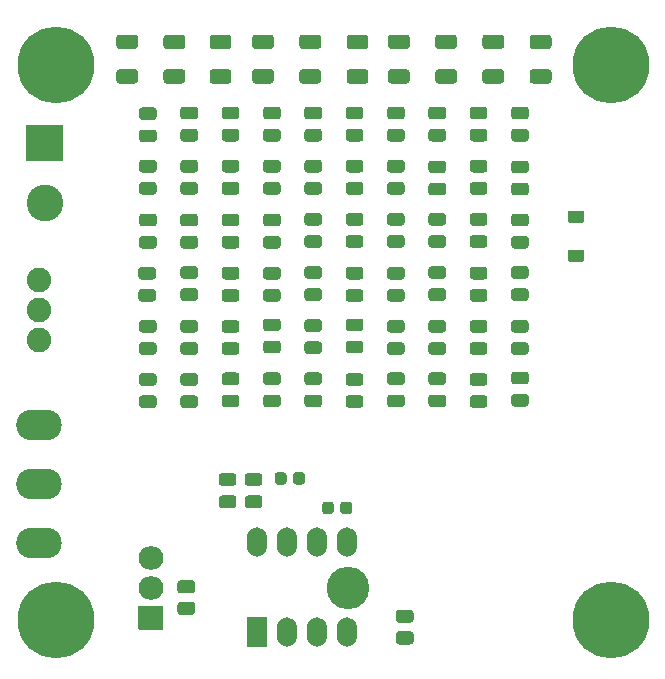
<source format=gbr>
G04 #@! TF.GenerationSoftware,KiCad,Pcbnew,(5.1.7)-1*
G04 #@! TF.CreationDate,2020-11-08T23:09:12+01:00*
G04 #@! TF.ProjectId,Red Power LED Board 50x50,52656420-506f-4776-9572-204c45442042,rev?*
G04 #@! TF.SameCoordinates,Original*
G04 #@! TF.FileFunction,Soldermask,Top*
G04 #@! TF.FilePolarity,Negative*
%FSLAX46Y46*%
G04 Gerber Fmt 4.6, Leading zero omitted, Abs format (unit mm)*
G04 Created by KiCad (PCBNEW (5.1.7)-1) date 2020-11-08 23:09:12*
%MOMM*%
%LPD*%
G01*
G04 APERTURE LIST*
%ADD10O,3.602000X3.602000*%
%ADD11O,2.102000X2.007000*%
%ADD12C,0.902000*%
%ADD13C,6.502000*%
%ADD14C,3.102000*%
%ADD15O,3.852000X2.602000*%
%ADD16C,2.082800*%
%ADD17O,1.702000X2.502000*%
G04 APERTURE END LIST*
D10*
X128660000Y-88260000D03*
G36*
G01*
X113000000Y-91803500D02*
X111000000Y-91803500D01*
G75*
G02*
X110949000Y-91752500I0J51000D01*
G01*
X110949000Y-89847500D01*
G75*
G02*
X111000000Y-89796500I51000J0D01*
G01*
X113000000Y-89796500D01*
G75*
G02*
X113051000Y-89847500I0J-51000D01*
G01*
X113051000Y-91752500D01*
G75*
G02*
X113000000Y-91803500I-51000J0D01*
G01*
G37*
D11*
X112000000Y-88260000D03*
X112000000Y-85720000D03*
G36*
G01*
X124049000Y-79275500D02*
X124049000Y-78724500D01*
G75*
G02*
X124299500Y-78474000I250500J0D01*
G01*
X124800500Y-78474000D01*
G75*
G02*
X125051000Y-78724500I0J-250500D01*
G01*
X125051000Y-79275500D01*
G75*
G02*
X124800500Y-79526000I-250500J0D01*
G01*
X124299500Y-79526000D01*
G75*
G02*
X124049000Y-79275500I0J250500D01*
G01*
G37*
G36*
G01*
X122499000Y-79275500D02*
X122499000Y-78724500D01*
G75*
G02*
X122749500Y-78474000I250500J0D01*
G01*
X123250500Y-78474000D01*
G75*
G02*
X123501000Y-78724500I0J-250500D01*
G01*
X123501000Y-79275500D01*
G75*
G02*
X123250500Y-79526000I-250500J0D01*
G01*
X122749500Y-79526000D01*
G75*
G02*
X122499000Y-79275500I0J250500D01*
G01*
G37*
G36*
G01*
X129051000Y-81224500D02*
X129051000Y-81775500D01*
G75*
G02*
X128800500Y-82026000I-250500J0D01*
G01*
X128299500Y-82026000D01*
G75*
G02*
X128049000Y-81775500I0J250500D01*
G01*
X128049000Y-81224500D01*
G75*
G02*
X128299500Y-80974000I250500J0D01*
G01*
X128800500Y-80974000D01*
G75*
G02*
X129051000Y-81224500I0J-250500D01*
G01*
G37*
G36*
G01*
X127501000Y-81224500D02*
X127501000Y-81775500D01*
G75*
G02*
X127250500Y-82026000I-250500J0D01*
G01*
X126749500Y-82026000D01*
G75*
G02*
X126499000Y-81775500I0J250500D01*
G01*
X126499000Y-81224500D01*
G75*
G02*
X126749500Y-80974000I250500J0D01*
G01*
X127250500Y-80974000D01*
G75*
G02*
X127501000Y-81224500I0J-250500D01*
G01*
G37*
G36*
G01*
X112231750Y-48663500D02*
X111268250Y-48663500D01*
G75*
G02*
X110999000Y-48394250I0J269250D01*
G01*
X110999000Y-47855750D01*
G75*
G02*
X111268250Y-47586500I269250J0D01*
G01*
X112231750Y-47586500D01*
G75*
G02*
X112501000Y-47855750I0J-269250D01*
G01*
X112501000Y-48394250D01*
G75*
G02*
X112231750Y-48663500I-269250J0D01*
G01*
G37*
G36*
G01*
X112231750Y-50538500D02*
X111268250Y-50538500D01*
G75*
G02*
X110999000Y-50269250I0J269250D01*
G01*
X110999000Y-49730750D01*
G75*
G02*
X111268250Y-49461500I269250J0D01*
G01*
X112231750Y-49461500D01*
G75*
G02*
X112501000Y-49730750I0J-269250D01*
G01*
X112501000Y-50269250D01*
G75*
G02*
X112231750Y-50538500I-269250J0D01*
G01*
G37*
G36*
G01*
X115731750Y-50476000D02*
X114768250Y-50476000D01*
G75*
G02*
X114499000Y-50206750I0J269250D01*
G01*
X114499000Y-49668250D01*
G75*
G02*
X114768250Y-49399000I269250J0D01*
G01*
X115731750Y-49399000D01*
G75*
G02*
X116001000Y-49668250I0J-269250D01*
G01*
X116001000Y-50206750D01*
G75*
G02*
X115731750Y-50476000I-269250J0D01*
G01*
G37*
G36*
G01*
X115731750Y-48601000D02*
X114768250Y-48601000D01*
G75*
G02*
X114499000Y-48331750I0J269250D01*
G01*
X114499000Y-47793250D01*
G75*
G02*
X114768250Y-47524000I269250J0D01*
G01*
X115731750Y-47524000D01*
G75*
G02*
X116001000Y-47793250I0J-269250D01*
G01*
X116001000Y-48331750D01*
G75*
G02*
X115731750Y-48601000I-269250J0D01*
G01*
G37*
G36*
G01*
X119231750Y-48601000D02*
X118268250Y-48601000D01*
G75*
G02*
X117999000Y-48331750I0J269250D01*
G01*
X117999000Y-47793250D01*
G75*
G02*
X118268250Y-47524000I269250J0D01*
G01*
X119231750Y-47524000D01*
G75*
G02*
X119501000Y-47793250I0J-269250D01*
G01*
X119501000Y-48331750D01*
G75*
G02*
X119231750Y-48601000I-269250J0D01*
G01*
G37*
G36*
G01*
X119231750Y-50476000D02*
X118268250Y-50476000D01*
G75*
G02*
X117999000Y-50206750I0J269250D01*
G01*
X117999000Y-49668250D01*
G75*
G02*
X118268250Y-49399000I269250J0D01*
G01*
X119231750Y-49399000D01*
G75*
G02*
X119501000Y-49668250I0J-269250D01*
G01*
X119501000Y-50206750D01*
G75*
G02*
X119231750Y-50476000I-269250J0D01*
G01*
G37*
G36*
G01*
X122731750Y-50476000D02*
X121768250Y-50476000D01*
G75*
G02*
X121499000Y-50206750I0J269250D01*
G01*
X121499000Y-49668250D01*
G75*
G02*
X121768250Y-49399000I269250J0D01*
G01*
X122731750Y-49399000D01*
G75*
G02*
X123001000Y-49668250I0J-269250D01*
G01*
X123001000Y-50206750D01*
G75*
G02*
X122731750Y-50476000I-269250J0D01*
G01*
G37*
G36*
G01*
X122731750Y-48601000D02*
X121768250Y-48601000D01*
G75*
G02*
X121499000Y-48331750I0J269250D01*
G01*
X121499000Y-47793250D01*
G75*
G02*
X121768250Y-47524000I269250J0D01*
G01*
X122731750Y-47524000D01*
G75*
G02*
X123001000Y-47793250I0J-269250D01*
G01*
X123001000Y-48331750D01*
G75*
G02*
X122731750Y-48601000I-269250J0D01*
G01*
G37*
G36*
G01*
X126231750Y-48601000D02*
X125268250Y-48601000D01*
G75*
G02*
X124999000Y-48331750I0J269250D01*
G01*
X124999000Y-47793250D01*
G75*
G02*
X125268250Y-47524000I269250J0D01*
G01*
X126231750Y-47524000D01*
G75*
G02*
X126501000Y-47793250I0J-269250D01*
G01*
X126501000Y-48331750D01*
G75*
G02*
X126231750Y-48601000I-269250J0D01*
G01*
G37*
G36*
G01*
X126231750Y-50476000D02*
X125268250Y-50476000D01*
G75*
G02*
X124999000Y-50206750I0J269250D01*
G01*
X124999000Y-49668250D01*
G75*
G02*
X125268250Y-49399000I269250J0D01*
G01*
X126231750Y-49399000D01*
G75*
G02*
X126501000Y-49668250I0J-269250D01*
G01*
X126501000Y-50206750D01*
G75*
G02*
X126231750Y-50476000I-269250J0D01*
G01*
G37*
G36*
G01*
X129731750Y-50476000D02*
X128768250Y-50476000D01*
G75*
G02*
X128499000Y-50206750I0J269250D01*
G01*
X128499000Y-49668250D01*
G75*
G02*
X128768250Y-49399000I269250J0D01*
G01*
X129731750Y-49399000D01*
G75*
G02*
X130001000Y-49668250I0J-269250D01*
G01*
X130001000Y-50206750D01*
G75*
G02*
X129731750Y-50476000I-269250J0D01*
G01*
G37*
G36*
G01*
X129731750Y-48601000D02*
X128768250Y-48601000D01*
G75*
G02*
X128499000Y-48331750I0J269250D01*
G01*
X128499000Y-47793250D01*
G75*
G02*
X128768250Y-47524000I269250J0D01*
G01*
X129731750Y-47524000D01*
G75*
G02*
X130001000Y-47793250I0J-269250D01*
G01*
X130001000Y-48331750D01*
G75*
G02*
X129731750Y-48601000I-269250J0D01*
G01*
G37*
G36*
G01*
X133231750Y-48601000D02*
X132268250Y-48601000D01*
G75*
G02*
X131999000Y-48331750I0J269250D01*
G01*
X131999000Y-47793250D01*
G75*
G02*
X132268250Y-47524000I269250J0D01*
G01*
X133231750Y-47524000D01*
G75*
G02*
X133501000Y-47793250I0J-269250D01*
G01*
X133501000Y-48331750D01*
G75*
G02*
X133231750Y-48601000I-269250J0D01*
G01*
G37*
G36*
G01*
X133231750Y-50476000D02*
X132268250Y-50476000D01*
G75*
G02*
X131999000Y-50206750I0J269250D01*
G01*
X131999000Y-49668250D01*
G75*
G02*
X132268250Y-49399000I269250J0D01*
G01*
X133231750Y-49399000D01*
G75*
G02*
X133501000Y-49668250I0J-269250D01*
G01*
X133501000Y-50206750D01*
G75*
G02*
X133231750Y-50476000I-269250J0D01*
G01*
G37*
G36*
G01*
X136731750Y-48601000D02*
X135768250Y-48601000D01*
G75*
G02*
X135499000Y-48331750I0J269250D01*
G01*
X135499000Y-47793250D01*
G75*
G02*
X135768250Y-47524000I269250J0D01*
G01*
X136731750Y-47524000D01*
G75*
G02*
X137001000Y-47793250I0J-269250D01*
G01*
X137001000Y-48331750D01*
G75*
G02*
X136731750Y-48601000I-269250J0D01*
G01*
G37*
G36*
G01*
X136731750Y-50476000D02*
X135768250Y-50476000D01*
G75*
G02*
X135499000Y-50206750I0J269250D01*
G01*
X135499000Y-49668250D01*
G75*
G02*
X135768250Y-49399000I269250J0D01*
G01*
X136731750Y-49399000D01*
G75*
G02*
X137001000Y-49668250I0J-269250D01*
G01*
X137001000Y-50206750D01*
G75*
G02*
X136731750Y-50476000I-269250J0D01*
G01*
G37*
G36*
G01*
X140231750Y-50476000D02*
X139268250Y-50476000D01*
G75*
G02*
X138999000Y-50206750I0J269250D01*
G01*
X138999000Y-49668250D01*
G75*
G02*
X139268250Y-49399000I269250J0D01*
G01*
X140231750Y-49399000D01*
G75*
G02*
X140501000Y-49668250I0J-269250D01*
G01*
X140501000Y-50206750D01*
G75*
G02*
X140231750Y-50476000I-269250J0D01*
G01*
G37*
G36*
G01*
X140231750Y-48601000D02*
X139268250Y-48601000D01*
G75*
G02*
X138999000Y-48331750I0J269250D01*
G01*
X138999000Y-47793250D01*
G75*
G02*
X139268250Y-47524000I269250J0D01*
G01*
X140231750Y-47524000D01*
G75*
G02*
X140501000Y-47793250I0J-269250D01*
G01*
X140501000Y-48331750D01*
G75*
G02*
X140231750Y-48601000I-269250J0D01*
G01*
G37*
G36*
G01*
X143731750Y-50476000D02*
X142768250Y-50476000D01*
G75*
G02*
X142499000Y-50206750I0J269250D01*
G01*
X142499000Y-49668250D01*
G75*
G02*
X142768250Y-49399000I269250J0D01*
G01*
X143731750Y-49399000D01*
G75*
G02*
X144001000Y-49668250I0J-269250D01*
G01*
X144001000Y-50206750D01*
G75*
G02*
X143731750Y-50476000I-269250J0D01*
G01*
G37*
G36*
G01*
X143731750Y-48601000D02*
X142768250Y-48601000D01*
G75*
G02*
X142499000Y-48331750I0J269250D01*
G01*
X142499000Y-47793250D01*
G75*
G02*
X142768250Y-47524000I269250J0D01*
G01*
X143731750Y-47524000D01*
G75*
G02*
X144001000Y-47793250I0J-269250D01*
G01*
X144001000Y-48331750D01*
G75*
G02*
X143731750Y-48601000I-269250J0D01*
G01*
G37*
G36*
G01*
X112231750Y-54976000D02*
X111268250Y-54976000D01*
G75*
G02*
X110999000Y-54706750I0J269250D01*
G01*
X110999000Y-54168250D01*
G75*
G02*
X111268250Y-53899000I269250J0D01*
G01*
X112231750Y-53899000D01*
G75*
G02*
X112501000Y-54168250I0J-269250D01*
G01*
X112501000Y-54706750D01*
G75*
G02*
X112231750Y-54976000I-269250J0D01*
G01*
G37*
G36*
G01*
X112231750Y-53101000D02*
X111268250Y-53101000D01*
G75*
G02*
X110999000Y-52831750I0J269250D01*
G01*
X110999000Y-52293250D01*
G75*
G02*
X111268250Y-52024000I269250J0D01*
G01*
X112231750Y-52024000D01*
G75*
G02*
X112501000Y-52293250I0J-269250D01*
G01*
X112501000Y-52831750D01*
G75*
G02*
X112231750Y-53101000I-269250J0D01*
G01*
G37*
G36*
G01*
X115731750Y-53101000D02*
X114768250Y-53101000D01*
G75*
G02*
X114499000Y-52831750I0J269250D01*
G01*
X114499000Y-52293250D01*
G75*
G02*
X114768250Y-52024000I269250J0D01*
G01*
X115731750Y-52024000D01*
G75*
G02*
X116001000Y-52293250I0J-269250D01*
G01*
X116001000Y-52831750D01*
G75*
G02*
X115731750Y-53101000I-269250J0D01*
G01*
G37*
G36*
G01*
X115731750Y-54976000D02*
X114768250Y-54976000D01*
G75*
G02*
X114499000Y-54706750I0J269250D01*
G01*
X114499000Y-54168250D01*
G75*
G02*
X114768250Y-53899000I269250J0D01*
G01*
X115731750Y-53899000D01*
G75*
G02*
X116001000Y-54168250I0J-269250D01*
G01*
X116001000Y-54706750D01*
G75*
G02*
X115731750Y-54976000I-269250J0D01*
G01*
G37*
G36*
G01*
X119231750Y-53101000D02*
X118268250Y-53101000D01*
G75*
G02*
X117999000Y-52831750I0J269250D01*
G01*
X117999000Y-52293250D01*
G75*
G02*
X118268250Y-52024000I269250J0D01*
G01*
X119231750Y-52024000D01*
G75*
G02*
X119501000Y-52293250I0J-269250D01*
G01*
X119501000Y-52831750D01*
G75*
G02*
X119231750Y-53101000I-269250J0D01*
G01*
G37*
G36*
G01*
X119231750Y-54976000D02*
X118268250Y-54976000D01*
G75*
G02*
X117999000Y-54706750I0J269250D01*
G01*
X117999000Y-54168250D01*
G75*
G02*
X118268250Y-53899000I269250J0D01*
G01*
X119231750Y-53899000D01*
G75*
G02*
X119501000Y-54168250I0J-269250D01*
G01*
X119501000Y-54706750D01*
G75*
G02*
X119231750Y-54976000I-269250J0D01*
G01*
G37*
G36*
G01*
X122731750Y-54976000D02*
X121768250Y-54976000D01*
G75*
G02*
X121499000Y-54706750I0J269250D01*
G01*
X121499000Y-54168250D01*
G75*
G02*
X121768250Y-53899000I269250J0D01*
G01*
X122731750Y-53899000D01*
G75*
G02*
X123001000Y-54168250I0J-269250D01*
G01*
X123001000Y-54706750D01*
G75*
G02*
X122731750Y-54976000I-269250J0D01*
G01*
G37*
G36*
G01*
X122731750Y-53101000D02*
X121768250Y-53101000D01*
G75*
G02*
X121499000Y-52831750I0J269250D01*
G01*
X121499000Y-52293250D01*
G75*
G02*
X121768250Y-52024000I269250J0D01*
G01*
X122731750Y-52024000D01*
G75*
G02*
X123001000Y-52293250I0J-269250D01*
G01*
X123001000Y-52831750D01*
G75*
G02*
X122731750Y-53101000I-269250J0D01*
G01*
G37*
G36*
G01*
X126231750Y-53101000D02*
X125268250Y-53101000D01*
G75*
G02*
X124999000Y-52831750I0J269250D01*
G01*
X124999000Y-52293250D01*
G75*
G02*
X125268250Y-52024000I269250J0D01*
G01*
X126231750Y-52024000D01*
G75*
G02*
X126501000Y-52293250I0J-269250D01*
G01*
X126501000Y-52831750D01*
G75*
G02*
X126231750Y-53101000I-269250J0D01*
G01*
G37*
G36*
G01*
X126231750Y-54976000D02*
X125268250Y-54976000D01*
G75*
G02*
X124999000Y-54706750I0J269250D01*
G01*
X124999000Y-54168250D01*
G75*
G02*
X125268250Y-53899000I269250J0D01*
G01*
X126231750Y-53899000D01*
G75*
G02*
X126501000Y-54168250I0J-269250D01*
G01*
X126501000Y-54706750D01*
G75*
G02*
X126231750Y-54976000I-269250J0D01*
G01*
G37*
G36*
G01*
X129731750Y-53101000D02*
X128768250Y-53101000D01*
G75*
G02*
X128499000Y-52831750I0J269250D01*
G01*
X128499000Y-52293250D01*
G75*
G02*
X128768250Y-52024000I269250J0D01*
G01*
X129731750Y-52024000D01*
G75*
G02*
X130001000Y-52293250I0J-269250D01*
G01*
X130001000Y-52831750D01*
G75*
G02*
X129731750Y-53101000I-269250J0D01*
G01*
G37*
G36*
G01*
X129731750Y-54976000D02*
X128768250Y-54976000D01*
G75*
G02*
X128499000Y-54706750I0J269250D01*
G01*
X128499000Y-54168250D01*
G75*
G02*
X128768250Y-53899000I269250J0D01*
G01*
X129731750Y-53899000D01*
G75*
G02*
X130001000Y-54168250I0J-269250D01*
G01*
X130001000Y-54706750D01*
G75*
G02*
X129731750Y-54976000I-269250J0D01*
G01*
G37*
G36*
G01*
X133231750Y-53101000D02*
X132268250Y-53101000D01*
G75*
G02*
X131999000Y-52831750I0J269250D01*
G01*
X131999000Y-52293250D01*
G75*
G02*
X132268250Y-52024000I269250J0D01*
G01*
X133231750Y-52024000D01*
G75*
G02*
X133501000Y-52293250I0J-269250D01*
G01*
X133501000Y-52831750D01*
G75*
G02*
X133231750Y-53101000I-269250J0D01*
G01*
G37*
G36*
G01*
X133231750Y-54976000D02*
X132268250Y-54976000D01*
G75*
G02*
X131999000Y-54706750I0J269250D01*
G01*
X131999000Y-54168250D01*
G75*
G02*
X132268250Y-53899000I269250J0D01*
G01*
X133231750Y-53899000D01*
G75*
G02*
X133501000Y-54168250I0J-269250D01*
G01*
X133501000Y-54706750D01*
G75*
G02*
X133231750Y-54976000I-269250J0D01*
G01*
G37*
G36*
G01*
X136731750Y-53163500D02*
X135768250Y-53163500D01*
G75*
G02*
X135499000Y-52894250I0J269250D01*
G01*
X135499000Y-52355750D01*
G75*
G02*
X135768250Y-52086500I269250J0D01*
G01*
X136731750Y-52086500D01*
G75*
G02*
X137001000Y-52355750I0J-269250D01*
G01*
X137001000Y-52894250D01*
G75*
G02*
X136731750Y-53163500I-269250J0D01*
G01*
G37*
G36*
G01*
X136731750Y-55038500D02*
X135768250Y-55038500D01*
G75*
G02*
X135499000Y-54769250I0J269250D01*
G01*
X135499000Y-54230750D01*
G75*
G02*
X135768250Y-53961500I269250J0D01*
G01*
X136731750Y-53961500D01*
G75*
G02*
X137001000Y-54230750I0J-269250D01*
G01*
X137001000Y-54769250D01*
G75*
G02*
X136731750Y-55038500I-269250J0D01*
G01*
G37*
G36*
G01*
X140231750Y-53101000D02*
X139268250Y-53101000D01*
G75*
G02*
X138999000Y-52831750I0J269250D01*
G01*
X138999000Y-52293250D01*
G75*
G02*
X139268250Y-52024000I269250J0D01*
G01*
X140231750Y-52024000D01*
G75*
G02*
X140501000Y-52293250I0J-269250D01*
G01*
X140501000Y-52831750D01*
G75*
G02*
X140231750Y-53101000I-269250J0D01*
G01*
G37*
G36*
G01*
X140231750Y-54976000D02*
X139268250Y-54976000D01*
G75*
G02*
X138999000Y-54706750I0J269250D01*
G01*
X138999000Y-54168250D01*
G75*
G02*
X139268250Y-53899000I269250J0D01*
G01*
X140231750Y-53899000D01*
G75*
G02*
X140501000Y-54168250I0J-269250D01*
G01*
X140501000Y-54706750D01*
G75*
G02*
X140231750Y-54976000I-269250J0D01*
G01*
G37*
G36*
G01*
X143731750Y-55038500D02*
X142768250Y-55038500D01*
G75*
G02*
X142499000Y-54769250I0J269250D01*
G01*
X142499000Y-54230750D01*
G75*
G02*
X142768250Y-53961500I269250J0D01*
G01*
X143731750Y-53961500D01*
G75*
G02*
X144001000Y-54230750I0J-269250D01*
G01*
X144001000Y-54769250D01*
G75*
G02*
X143731750Y-55038500I-269250J0D01*
G01*
G37*
G36*
G01*
X143731750Y-53163500D02*
X142768250Y-53163500D01*
G75*
G02*
X142499000Y-52894250I0J269250D01*
G01*
X142499000Y-52355750D01*
G75*
G02*
X142768250Y-52086500I269250J0D01*
G01*
X143731750Y-52086500D01*
G75*
G02*
X144001000Y-52355750I0J-269250D01*
G01*
X144001000Y-52894250D01*
G75*
G02*
X143731750Y-53163500I-269250J0D01*
G01*
G37*
G36*
G01*
X148600000Y-60651000D02*
X147400000Y-60651000D01*
G75*
G02*
X147349000Y-60600000I0J51000D01*
G01*
X147349000Y-59700000D01*
G75*
G02*
X147400000Y-59649000I51000J0D01*
G01*
X148600000Y-59649000D01*
G75*
G02*
X148651000Y-59700000I0J-51000D01*
G01*
X148651000Y-60600000D01*
G75*
G02*
X148600000Y-60651000I-51000J0D01*
G01*
G37*
G36*
G01*
X148600000Y-57351000D02*
X147400000Y-57351000D01*
G75*
G02*
X147349000Y-57300000I0J51000D01*
G01*
X147349000Y-56400000D01*
G75*
G02*
X147400000Y-56349000I51000J0D01*
G01*
X148600000Y-56349000D01*
G75*
G02*
X148651000Y-56400000I0J-51000D01*
G01*
X148651000Y-57300000D01*
G75*
G02*
X148600000Y-57351000I-51000J0D01*
G01*
G37*
G36*
G01*
X112231750Y-57663500D02*
X111268250Y-57663500D01*
G75*
G02*
X110999000Y-57394250I0J269250D01*
G01*
X110999000Y-56855750D01*
G75*
G02*
X111268250Y-56586500I269250J0D01*
G01*
X112231750Y-56586500D01*
G75*
G02*
X112501000Y-56855750I0J-269250D01*
G01*
X112501000Y-57394250D01*
G75*
G02*
X112231750Y-57663500I-269250J0D01*
G01*
G37*
G36*
G01*
X112231750Y-59538500D02*
X111268250Y-59538500D01*
G75*
G02*
X110999000Y-59269250I0J269250D01*
G01*
X110999000Y-58730750D01*
G75*
G02*
X111268250Y-58461500I269250J0D01*
G01*
X112231750Y-58461500D01*
G75*
G02*
X112501000Y-58730750I0J-269250D01*
G01*
X112501000Y-59269250D01*
G75*
G02*
X112231750Y-59538500I-269250J0D01*
G01*
G37*
G36*
G01*
X115731750Y-57663500D02*
X114768250Y-57663500D01*
G75*
G02*
X114499000Y-57394250I0J269250D01*
G01*
X114499000Y-56855750D01*
G75*
G02*
X114768250Y-56586500I269250J0D01*
G01*
X115731750Y-56586500D01*
G75*
G02*
X116001000Y-56855750I0J-269250D01*
G01*
X116001000Y-57394250D01*
G75*
G02*
X115731750Y-57663500I-269250J0D01*
G01*
G37*
G36*
G01*
X115731750Y-59538500D02*
X114768250Y-59538500D01*
G75*
G02*
X114499000Y-59269250I0J269250D01*
G01*
X114499000Y-58730750D01*
G75*
G02*
X114768250Y-58461500I269250J0D01*
G01*
X115731750Y-58461500D01*
G75*
G02*
X116001000Y-58730750I0J-269250D01*
G01*
X116001000Y-59269250D01*
G75*
G02*
X115731750Y-59538500I-269250J0D01*
G01*
G37*
G36*
G01*
X119231750Y-59538500D02*
X118268250Y-59538500D01*
G75*
G02*
X117999000Y-59269250I0J269250D01*
G01*
X117999000Y-58730750D01*
G75*
G02*
X118268250Y-58461500I269250J0D01*
G01*
X119231750Y-58461500D01*
G75*
G02*
X119501000Y-58730750I0J-269250D01*
G01*
X119501000Y-59269250D01*
G75*
G02*
X119231750Y-59538500I-269250J0D01*
G01*
G37*
G36*
G01*
X119231750Y-57663500D02*
X118268250Y-57663500D01*
G75*
G02*
X117999000Y-57394250I0J269250D01*
G01*
X117999000Y-56855750D01*
G75*
G02*
X118268250Y-56586500I269250J0D01*
G01*
X119231750Y-56586500D01*
G75*
G02*
X119501000Y-56855750I0J-269250D01*
G01*
X119501000Y-57394250D01*
G75*
G02*
X119231750Y-57663500I-269250J0D01*
G01*
G37*
G36*
G01*
X122731750Y-57663500D02*
X121768250Y-57663500D01*
G75*
G02*
X121499000Y-57394250I0J269250D01*
G01*
X121499000Y-56855750D01*
G75*
G02*
X121768250Y-56586500I269250J0D01*
G01*
X122731750Y-56586500D01*
G75*
G02*
X123001000Y-56855750I0J-269250D01*
G01*
X123001000Y-57394250D01*
G75*
G02*
X122731750Y-57663500I-269250J0D01*
G01*
G37*
G36*
G01*
X122731750Y-59538500D02*
X121768250Y-59538500D01*
G75*
G02*
X121499000Y-59269250I0J269250D01*
G01*
X121499000Y-58730750D01*
G75*
G02*
X121768250Y-58461500I269250J0D01*
G01*
X122731750Y-58461500D01*
G75*
G02*
X123001000Y-58730750I0J-269250D01*
G01*
X123001000Y-59269250D01*
G75*
G02*
X122731750Y-59538500I-269250J0D01*
G01*
G37*
G36*
G01*
X126231750Y-59476000D02*
X125268250Y-59476000D01*
G75*
G02*
X124999000Y-59206750I0J269250D01*
G01*
X124999000Y-58668250D01*
G75*
G02*
X125268250Y-58399000I269250J0D01*
G01*
X126231750Y-58399000D01*
G75*
G02*
X126501000Y-58668250I0J-269250D01*
G01*
X126501000Y-59206750D01*
G75*
G02*
X126231750Y-59476000I-269250J0D01*
G01*
G37*
G36*
G01*
X126231750Y-57601000D02*
X125268250Y-57601000D01*
G75*
G02*
X124999000Y-57331750I0J269250D01*
G01*
X124999000Y-56793250D01*
G75*
G02*
X125268250Y-56524000I269250J0D01*
G01*
X126231750Y-56524000D01*
G75*
G02*
X126501000Y-56793250I0J-269250D01*
G01*
X126501000Y-57331750D01*
G75*
G02*
X126231750Y-57601000I-269250J0D01*
G01*
G37*
G36*
G01*
X129731750Y-59476000D02*
X128768250Y-59476000D01*
G75*
G02*
X128499000Y-59206750I0J269250D01*
G01*
X128499000Y-58668250D01*
G75*
G02*
X128768250Y-58399000I269250J0D01*
G01*
X129731750Y-58399000D01*
G75*
G02*
X130001000Y-58668250I0J-269250D01*
G01*
X130001000Y-59206750D01*
G75*
G02*
X129731750Y-59476000I-269250J0D01*
G01*
G37*
G36*
G01*
X129731750Y-57601000D02*
X128768250Y-57601000D01*
G75*
G02*
X128499000Y-57331750I0J269250D01*
G01*
X128499000Y-56793250D01*
G75*
G02*
X128768250Y-56524000I269250J0D01*
G01*
X129731750Y-56524000D01*
G75*
G02*
X130001000Y-56793250I0J-269250D01*
G01*
X130001000Y-57331750D01*
G75*
G02*
X129731750Y-57601000I-269250J0D01*
G01*
G37*
G36*
G01*
X133231750Y-59476000D02*
X132268250Y-59476000D01*
G75*
G02*
X131999000Y-59206750I0J269250D01*
G01*
X131999000Y-58668250D01*
G75*
G02*
X132268250Y-58399000I269250J0D01*
G01*
X133231750Y-58399000D01*
G75*
G02*
X133501000Y-58668250I0J-269250D01*
G01*
X133501000Y-59206750D01*
G75*
G02*
X133231750Y-59476000I-269250J0D01*
G01*
G37*
G36*
G01*
X133231750Y-57601000D02*
X132268250Y-57601000D01*
G75*
G02*
X131999000Y-57331750I0J269250D01*
G01*
X131999000Y-56793250D01*
G75*
G02*
X132268250Y-56524000I269250J0D01*
G01*
X133231750Y-56524000D01*
G75*
G02*
X133501000Y-56793250I0J-269250D01*
G01*
X133501000Y-57331750D01*
G75*
G02*
X133231750Y-57601000I-269250J0D01*
G01*
G37*
G36*
G01*
X136731750Y-59476000D02*
X135768250Y-59476000D01*
G75*
G02*
X135499000Y-59206750I0J269250D01*
G01*
X135499000Y-58668250D01*
G75*
G02*
X135768250Y-58399000I269250J0D01*
G01*
X136731750Y-58399000D01*
G75*
G02*
X137001000Y-58668250I0J-269250D01*
G01*
X137001000Y-59206750D01*
G75*
G02*
X136731750Y-59476000I-269250J0D01*
G01*
G37*
G36*
G01*
X136731750Y-57601000D02*
X135768250Y-57601000D01*
G75*
G02*
X135499000Y-57331750I0J269250D01*
G01*
X135499000Y-56793250D01*
G75*
G02*
X135768250Y-56524000I269250J0D01*
G01*
X136731750Y-56524000D01*
G75*
G02*
X137001000Y-56793250I0J-269250D01*
G01*
X137001000Y-57331750D01*
G75*
G02*
X136731750Y-57601000I-269250J0D01*
G01*
G37*
G36*
G01*
X140231750Y-59476000D02*
X139268250Y-59476000D01*
G75*
G02*
X138999000Y-59206750I0J269250D01*
G01*
X138999000Y-58668250D01*
G75*
G02*
X139268250Y-58399000I269250J0D01*
G01*
X140231750Y-58399000D01*
G75*
G02*
X140501000Y-58668250I0J-269250D01*
G01*
X140501000Y-59206750D01*
G75*
G02*
X140231750Y-59476000I-269250J0D01*
G01*
G37*
G36*
G01*
X140231750Y-57601000D02*
X139268250Y-57601000D01*
G75*
G02*
X138999000Y-57331750I0J269250D01*
G01*
X138999000Y-56793250D01*
G75*
G02*
X139268250Y-56524000I269250J0D01*
G01*
X140231750Y-56524000D01*
G75*
G02*
X140501000Y-56793250I0J-269250D01*
G01*
X140501000Y-57331750D01*
G75*
G02*
X140231750Y-57601000I-269250J0D01*
G01*
G37*
G36*
G01*
X143731750Y-57663500D02*
X142768250Y-57663500D01*
G75*
G02*
X142499000Y-57394250I0J269250D01*
G01*
X142499000Y-56855750D01*
G75*
G02*
X142768250Y-56586500I269250J0D01*
G01*
X143731750Y-56586500D01*
G75*
G02*
X144001000Y-56855750I0J-269250D01*
G01*
X144001000Y-57394250D01*
G75*
G02*
X143731750Y-57663500I-269250J0D01*
G01*
G37*
G36*
G01*
X143731750Y-59538500D02*
X142768250Y-59538500D01*
G75*
G02*
X142499000Y-59269250I0J269250D01*
G01*
X142499000Y-58730750D01*
G75*
G02*
X142768250Y-58461500I269250J0D01*
G01*
X143731750Y-58461500D01*
G75*
G02*
X144001000Y-58730750I0J-269250D01*
G01*
X144001000Y-59269250D01*
G75*
G02*
X143731750Y-59538500I-269250J0D01*
G01*
G37*
G36*
G01*
X112169250Y-62163500D02*
X111205750Y-62163500D01*
G75*
G02*
X110936500Y-61894250I0J269250D01*
G01*
X110936500Y-61355750D01*
G75*
G02*
X111205750Y-61086500I269250J0D01*
G01*
X112169250Y-61086500D01*
G75*
G02*
X112438500Y-61355750I0J-269250D01*
G01*
X112438500Y-61894250D01*
G75*
G02*
X112169250Y-62163500I-269250J0D01*
G01*
G37*
G36*
G01*
X112169250Y-64038500D02*
X111205750Y-64038500D01*
G75*
G02*
X110936500Y-63769250I0J269250D01*
G01*
X110936500Y-63230750D01*
G75*
G02*
X111205750Y-62961500I269250J0D01*
G01*
X112169250Y-62961500D01*
G75*
G02*
X112438500Y-63230750I0J-269250D01*
G01*
X112438500Y-63769250D01*
G75*
G02*
X112169250Y-64038500I-269250J0D01*
G01*
G37*
G36*
G01*
X115731750Y-63976000D02*
X114768250Y-63976000D01*
G75*
G02*
X114499000Y-63706750I0J269250D01*
G01*
X114499000Y-63168250D01*
G75*
G02*
X114768250Y-62899000I269250J0D01*
G01*
X115731750Y-62899000D01*
G75*
G02*
X116001000Y-63168250I0J-269250D01*
G01*
X116001000Y-63706750D01*
G75*
G02*
X115731750Y-63976000I-269250J0D01*
G01*
G37*
G36*
G01*
X115731750Y-62101000D02*
X114768250Y-62101000D01*
G75*
G02*
X114499000Y-61831750I0J269250D01*
G01*
X114499000Y-61293250D01*
G75*
G02*
X114768250Y-61024000I269250J0D01*
G01*
X115731750Y-61024000D01*
G75*
G02*
X116001000Y-61293250I0J-269250D01*
G01*
X116001000Y-61831750D01*
G75*
G02*
X115731750Y-62101000I-269250J0D01*
G01*
G37*
G36*
G01*
X119231750Y-62163500D02*
X118268250Y-62163500D01*
G75*
G02*
X117999000Y-61894250I0J269250D01*
G01*
X117999000Y-61355750D01*
G75*
G02*
X118268250Y-61086500I269250J0D01*
G01*
X119231750Y-61086500D01*
G75*
G02*
X119501000Y-61355750I0J-269250D01*
G01*
X119501000Y-61894250D01*
G75*
G02*
X119231750Y-62163500I-269250J0D01*
G01*
G37*
G36*
G01*
X119231750Y-64038500D02*
X118268250Y-64038500D01*
G75*
G02*
X117999000Y-63769250I0J269250D01*
G01*
X117999000Y-63230750D01*
G75*
G02*
X118268250Y-62961500I269250J0D01*
G01*
X119231750Y-62961500D01*
G75*
G02*
X119501000Y-63230750I0J-269250D01*
G01*
X119501000Y-63769250D01*
G75*
G02*
X119231750Y-64038500I-269250J0D01*
G01*
G37*
G36*
G01*
X122731750Y-64038500D02*
X121768250Y-64038500D01*
G75*
G02*
X121499000Y-63769250I0J269250D01*
G01*
X121499000Y-63230750D01*
G75*
G02*
X121768250Y-62961500I269250J0D01*
G01*
X122731750Y-62961500D01*
G75*
G02*
X123001000Y-63230750I0J-269250D01*
G01*
X123001000Y-63769250D01*
G75*
G02*
X122731750Y-64038500I-269250J0D01*
G01*
G37*
G36*
G01*
X122731750Y-62163500D02*
X121768250Y-62163500D01*
G75*
G02*
X121499000Y-61894250I0J269250D01*
G01*
X121499000Y-61355750D01*
G75*
G02*
X121768250Y-61086500I269250J0D01*
G01*
X122731750Y-61086500D01*
G75*
G02*
X123001000Y-61355750I0J-269250D01*
G01*
X123001000Y-61894250D01*
G75*
G02*
X122731750Y-62163500I-269250J0D01*
G01*
G37*
G36*
G01*
X126231750Y-62101000D02*
X125268250Y-62101000D01*
G75*
G02*
X124999000Y-61831750I0J269250D01*
G01*
X124999000Y-61293250D01*
G75*
G02*
X125268250Y-61024000I269250J0D01*
G01*
X126231750Y-61024000D01*
G75*
G02*
X126501000Y-61293250I0J-269250D01*
G01*
X126501000Y-61831750D01*
G75*
G02*
X126231750Y-62101000I-269250J0D01*
G01*
G37*
G36*
G01*
X126231750Y-63976000D02*
X125268250Y-63976000D01*
G75*
G02*
X124999000Y-63706750I0J269250D01*
G01*
X124999000Y-63168250D01*
G75*
G02*
X125268250Y-62899000I269250J0D01*
G01*
X126231750Y-62899000D01*
G75*
G02*
X126501000Y-63168250I0J-269250D01*
G01*
X126501000Y-63706750D01*
G75*
G02*
X126231750Y-63976000I-269250J0D01*
G01*
G37*
G36*
G01*
X129731750Y-62163500D02*
X128768250Y-62163500D01*
G75*
G02*
X128499000Y-61894250I0J269250D01*
G01*
X128499000Y-61355750D01*
G75*
G02*
X128768250Y-61086500I269250J0D01*
G01*
X129731750Y-61086500D01*
G75*
G02*
X130001000Y-61355750I0J-269250D01*
G01*
X130001000Y-61894250D01*
G75*
G02*
X129731750Y-62163500I-269250J0D01*
G01*
G37*
G36*
G01*
X129731750Y-64038500D02*
X128768250Y-64038500D01*
G75*
G02*
X128499000Y-63769250I0J269250D01*
G01*
X128499000Y-63230750D01*
G75*
G02*
X128768250Y-62961500I269250J0D01*
G01*
X129731750Y-62961500D01*
G75*
G02*
X130001000Y-63230750I0J-269250D01*
G01*
X130001000Y-63769250D01*
G75*
G02*
X129731750Y-64038500I-269250J0D01*
G01*
G37*
G36*
G01*
X133231750Y-62163500D02*
X132268250Y-62163500D01*
G75*
G02*
X131999000Y-61894250I0J269250D01*
G01*
X131999000Y-61355750D01*
G75*
G02*
X132268250Y-61086500I269250J0D01*
G01*
X133231750Y-61086500D01*
G75*
G02*
X133501000Y-61355750I0J-269250D01*
G01*
X133501000Y-61894250D01*
G75*
G02*
X133231750Y-62163500I-269250J0D01*
G01*
G37*
G36*
G01*
X133231750Y-64038500D02*
X132268250Y-64038500D01*
G75*
G02*
X131999000Y-63769250I0J269250D01*
G01*
X131999000Y-63230750D01*
G75*
G02*
X132268250Y-62961500I269250J0D01*
G01*
X133231750Y-62961500D01*
G75*
G02*
X133501000Y-63230750I0J-269250D01*
G01*
X133501000Y-63769250D01*
G75*
G02*
X133231750Y-64038500I-269250J0D01*
G01*
G37*
G36*
G01*
X136731750Y-62101000D02*
X135768250Y-62101000D01*
G75*
G02*
X135499000Y-61831750I0J269250D01*
G01*
X135499000Y-61293250D01*
G75*
G02*
X135768250Y-61024000I269250J0D01*
G01*
X136731750Y-61024000D01*
G75*
G02*
X137001000Y-61293250I0J-269250D01*
G01*
X137001000Y-61831750D01*
G75*
G02*
X136731750Y-62101000I-269250J0D01*
G01*
G37*
G36*
G01*
X136731750Y-63976000D02*
X135768250Y-63976000D01*
G75*
G02*
X135499000Y-63706750I0J269250D01*
G01*
X135499000Y-63168250D01*
G75*
G02*
X135768250Y-62899000I269250J0D01*
G01*
X136731750Y-62899000D01*
G75*
G02*
X137001000Y-63168250I0J-269250D01*
G01*
X137001000Y-63706750D01*
G75*
G02*
X136731750Y-63976000I-269250J0D01*
G01*
G37*
G36*
G01*
X140231750Y-62163500D02*
X139268250Y-62163500D01*
G75*
G02*
X138999000Y-61894250I0J269250D01*
G01*
X138999000Y-61355750D01*
G75*
G02*
X139268250Y-61086500I269250J0D01*
G01*
X140231750Y-61086500D01*
G75*
G02*
X140501000Y-61355750I0J-269250D01*
G01*
X140501000Y-61894250D01*
G75*
G02*
X140231750Y-62163500I-269250J0D01*
G01*
G37*
G36*
G01*
X140231750Y-64038500D02*
X139268250Y-64038500D01*
G75*
G02*
X138999000Y-63769250I0J269250D01*
G01*
X138999000Y-63230750D01*
G75*
G02*
X139268250Y-62961500I269250J0D01*
G01*
X140231750Y-62961500D01*
G75*
G02*
X140501000Y-63230750I0J-269250D01*
G01*
X140501000Y-63769250D01*
G75*
G02*
X140231750Y-64038500I-269250J0D01*
G01*
G37*
G36*
G01*
X143731750Y-63976000D02*
X142768250Y-63976000D01*
G75*
G02*
X142499000Y-63706750I0J269250D01*
G01*
X142499000Y-63168250D01*
G75*
G02*
X142768250Y-62899000I269250J0D01*
G01*
X143731750Y-62899000D01*
G75*
G02*
X144001000Y-63168250I0J-269250D01*
G01*
X144001000Y-63706750D01*
G75*
G02*
X143731750Y-63976000I-269250J0D01*
G01*
G37*
G36*
G01*
X143731750Y-62101000D02*
X142768250Y-62101000D01*
G75*
G02*
X142499000Y-61831750I0J269250D01*
G01*
X142499000Y-61293250D01*
G75*
G02*
X142768250Y-61024000I269250J0D01*
G01*
X143731750Y-61024000D01*
G75*
G02*
X144001000Y-61293250I0J-269250D01*
G01*
X144001000Y-61831750D01*
G75*
G02*
X143731750Y-62101000I-269250J0D01*
G01*
G37*
G36*
G01*
X112231750Y-66663500D02*
X111268250Y-66663500D01*
G75*
G02*
X110999000Y-66394250I0J269250D01*
G01*
X110999000Y-65855750D01*
G75*
G02*
X111268250Y-65586500I269250J0D01*
G01*
X112231750Y-65586500D01*
G75*
G02*
X112501000Y-65855750I0J-269250D01*
G01*
X112501000Y-66394250D01*
G75*
G02*
X112231750Y-66663500I-269250J0D01*
G01*
G37*
G36*
G01*
X112231750Y-68538500D02*
X111268250Y-68538500D01*
G75*
G02*
X110999000Y-68269250I0J269250D01*
G01*
X110999000Y-67730750D01*
G75*
G02*
X111268250Y-67461500I269250J0D01*
G01*
X112231750Y-67461500D01*
G75*
G02*
X112501000Y-67730750I0J-269250D01*
G01*
X112501000Y-68269250D01*
G75*
G02*
X112231750Y-68538500I-269250J0D01*
G01*
G37*
G36*
G01*
X115731750Y-68538500D02*
X114768250Y-68538500D01*
G75*
G02*
X114499000Y-68269250I0J269250D01*
G01*
X114499000Y-67730750D01*
G75*
G02*
X114768250Y-67461500I269250J0D01*
G01*
X115731750Y-67461500D01*
G75*
G02*
X116001000Y-67730750I0J-269250D01*
G01*
X116001000Y-68269250D01*
G75*
G02*
X115731750Y-68538500I-269250J0D01*
G01*
G37*
G36*
G01*
X115731750Y-66663500D02*
X114768250Y-66663500D01*
G75*
G02*
X114499000Y-66394250I0J269250D01*
G01*
X114499000Y-65855750D01*
G75*
G02*
X114768250Y-65586500I269250J0D01*
G01*
X115731750Y-65586500D01*
G75*
G02*
X116001000Y-65855750I0J-269250D01*
G01*
X116001000Y-66394250D01*
G75*
G02*
X115731750Y-66663500I-269250J0D01*
G01*
G37*
G36*
G01*
X119231750Y-68538500D02*
X118268250Y-68538500D01*
G75*
G02*
X117999000Y-68269250I0J269250D01*
G01*
X117999000Y-67730750D01*
G75*
G02*
X118268250Y-67461500I269250J0D01*
G01*
X119231750Y-67461500D01*
G75*
G02*
X119501000Y-67730750I0J-269250D01*
G01*
X119501000Y-68269250D01*
G75*
G02*
X119231750Y-68538500I-269250J0D01*
G01*
G37*
G36*
G01*
X119231750Y-66663500D02*
X118268250Y-66663500D01*
G75*
G02*
X117999000Y-66394250I0J269250D01*
G01*
X117999000Y-65855750D01*
G75*
G02*
X118268250Y-65586500I269250J0D01*
G01*
X119231750Y-65586500D01*
G75*
G02*
X119501000Y-65855750I0J-269250D01*
G01*
X119501000Y-66394250D01*
G75*
G02*
X119231750Y-66663500I-269250J0D01*
G01*
G37*
G36*
G01*
X122731750Y-66538500D02*
X121768250Y-66538500D01*
G75*
G02*
X121499000Y-66269250I0J269250D01*
G01*
X121499000Y-65730750D01*
G75*
G02*
X121768250Y-65461500I269250J0D01*
G01*
X122731750Y-65461500D01*
G75*
G02*
X123001000Y-65730750I0J-269250D01*
G01*
X123001000Y-66269250D01*
G75*
G02*
X122731750Y-66538500I-269250J0D01*
G01*
G37*
G36*
G01*
X122731750Y-68413500D02*
X121768250Y-68413500D01*
G75*
G02*
X121499000Y-68144250I0J269250D01*
G01*
X121499000Y-67605750D01*
G75*
G02*
X121768250Y-67336500I269250J0D01*
G01*
X122731750Y-67336500D01*
G75*
G02*
X123001000Y-67605750I0J-269250D01*
G01*
X123001000Y-68144250D01*
G75*
G02*
X122731750Y-68413500I-269250J0D01*
G01*
G37*
G36*
G01*
X126231750Y-68476000D02*
X125268250Y-68476000D01*
G75*
G02*
X124999000Y-68206750I0J269250D01*
G01*
X124999000Y-67668250D01*
G75*
G02*
X125268250Y-67399000I269250J0D01*
G01*
X126231750Y-67399000D01*
G75*
G02*
X126501000Y-67668250I0J-269250D01*
G01*
X126501000Y-68206750D01*
G75*
G02*
X126231750Y-68476000I-269250J0D01*
G01*
G37*
G36*
G01*
X126231750Y-66601000D02*
X125268250Y-66601000D01*
G75*
G02*
X124999000Y-66331750I0J269250D01*
G01*
X124999000Y-65793250D01*
G75*
G02*
X125268250Y-65524000I269250J0D01*
G01*
X126231750Y-65524000D01*
G75*
G02*
X126501000Y-65793250I0J-269250D01*
G01*
X126501000Y-66331750D01*
G75*
G02*
X126231750Y-66601000I-269250J0D01*
G01*
G37*
G36*
G01*
X129731750Y-66538500D02*
X128768250Y-66538500D01*
G75*
G02*
X128499000Y-66269250I0J269250D01*
G01*
X128499000Y-65730750D01*
G75*
G02*
X128768250Y-65461500I269250J0D01*
G01*
X129731750Y-65461500D01*
G75*
G02*
X130001000Y-65730750I0J-269250D01*
G01*
X130001000Y-66269250D01*
G75*
G02*
X129731750Y-66538500I-269250J0D01*
G01*
G37*
G36*
G01*
X129731750Y-68413500D02*
X128768250Y-68413500D01*
G75*
G02*
X128499000Y-68144250I0J269250D01*
G01*
X128499000Y-67605750D01*
G75*
G02*
X128768250Y-67336500I269250J0D01*
G01*
X129731750Y-67336500D01*
G75*
G02*
X130001000Y-67605750I0J-269250D01*
G01*
X130001000Y-68144250D01*
G75*
G02*
X129731750Y-68413500I-269250J0D01*
G01*
G37*
G36*
G01*
X133231750Y-68538500D02*
X132268250Y-68538500D01*
G75*
G02*
X131999000Y-68269250I0J269250D01*
G01*
X131999000Y-67730750D01*
G75*
G02*
X132268250Y-67461500I269250J0D01*
G01*
X133231750Y-67461500D01*
G75*
G02*
X133501000Y-67730750I0J-269250D01*
G01*
X133501000Y-68269250D01*
G75*
G02*
X133231750Y-68538500I-269250J0D01*
G01*
G37*
G36*
G01*
X133231750Y-66663500D02*
X132268250Y-66663500D01*
G75*
G02*
X131999000Y-66394250I0J269250D01*
G01*
X131999000Y-65855750D01*
G75*
G02*
X132268250Y-65586500I269250J0D01*
G01*
X133231750Y-65586500D01*
G75*
G02*
X133501000Y-65855750I0J-269250D01*
G01*
X133501000Y-66394250D01*
G75*
G02*
X133231750Y-66663500I-269250J0D01*
G01*
G37*
G36*
G01*
X136731750Y-68538500D02*
X135768250Y-68538500D01*
G75*
G02*
X135499000Y-68269250I0J269250D01*
G01*
X135499000Y-67730750D01*
G75*
G02*
X135768250Y-67461500I269250J0D01*
G01*
X136731750Y-67461500D01*
G75*
G02*
X137001000Y-67730750I0J-269250D01*
G01*
X137001000Y-68269250D01*
G75*
G02*
X136731750Y-68538500I-269250J0D01*
G01*
G37*
G36*
G01*
X136731750Y-66663500D02*
X135768250Y-66663500D01*
G75*
G02*
X135499000Y-66394250I0J269250D01*
G01*
X135499000Y-65855750D01*
G75*
G02*
X135768250Y-65586500I269250J0D01*
G01*
X136731750Y-65586500D01*
G75*
G02*
X137001000Y-65855750I0J-269250D01*
G01*
X137001000Y-66394250D01*
G75*
G02*
X136731750Y-66663500I-269250J0D01*
G01*
G37*
G36*
G01*
X140231750Y-68538500D02*
X139268250Y-68538500D01*
G75*
G02*
X138999000Y-68269250I0J269250D01*
G01*
X138999000Y-67730750D01*
G75*
G02*
X139268250Y-67461500I269250J0D01*
G01*
X140231750Y-67461500D01*
G75*
G02*
X140501000Y-67730750I0J-269250D01*
G01*
X140501000Y-68269250D01*
G75*
G02*
X140231750Y-68538500I-269250J0D01*
G01*
G37*
G36*
G01*
X140231750Y-66663500D02*
X139268250Y-66663500D01*
G75*
G02*
X138999000Y-66394250I0J269250D01*
G01*
X138999000Y-65855750D01*
G75*
G02*
X139268250Y-65586500I269250J0D01*
G01*
X140231750Y-65586500D01*
G75*
G02*
X140501000Y-65855750I0J-269250D01*
G01*
X140501000Y-66394250D01*
G75*
G02*
X140231750Y-66663500I-269250J0D01*
G01*
G37*
G36*
G01*
X143731750Y-66663500D02*
X142768250Y-66663500D01*
G75*
G02*
X142499000Y-66394250I0J269250D01*
G01*
X142499000Y-65855750D01*
G75*
G02*
X142768250Y-65586500I269250J0D01*
G01*
X143731750Y-65586500D01*
G75*
G02*
X144001000Y-65855750I0J-269250D01*
G01*
X144001000Y-66394250D01*
G75*
G02*
X143731750Y-66663500I-269250J0D01*
G01*
G37*
G36*
G01*
X143731750Y-68538500D02*
X142768250Y-68538500D01*
G75*
G02*
X142499000Y-68269250I0J269250D01*
G01*
X142499000Y-67730750D01*
G75*
G02*
X142768250Y-67461500I269250J0D01*
G01*
X143731750Y-67461500D01*
G75*
G02*
X144001000Y-67730750I0J-269250D01*
G01*
X144001000Y-68269250D01*
G75*
G02*
X143731750Y-68538500I-269250J0D01*
G01*
G37*
G36*
G01*
X112231750Y-73038500D02*
X111268250Y-73038500D01*
G75*
G02*
X110999000Y-72769250I0J269250D01*
G01*
X110999000Y-72230750D01*
G75*
G02*
X111268250Y-71961500I269250J0D01*
G01*
X112231750Y-71961500D01*
G75*
G02*
X112501000Y-72230750I0J-269250D01*
G01*
X112501000Y-72769250D01*
G75*
G02*
X112231750Y-73038500I-269250J0D01*
G01*
G37*
G36*
G01*
X112231750Y-71163500D02*
X111268250Y-71163500D01*
G75*
G02*
X110999000Y-70894250I0J269250D01*
G01*
X110999000Y-70355750D01*
G75*
G02*
X111268250Y-70086500I269250J0D01*
G01*
X112231750Y-70086500D01*
G75*
G02*
X112501000Y-70355750I0J-269250D01*
G01*
X112501000Y-70894250D01*
G75*
G02*
X112231750Y-71163500I-269250J0D01*
G01*
G37*
G36*
G01*
X115731750Y-73038500D02*
X114768250Y-73038500D01*
G75*
G02*
X114499000Y-72769250I0J269250D01*
G01*
X114499000Y-72230750D01*
G75*
G02*
X114768250Y-71961500I269250J0D01*
G01*
X115731750Y-71961500D01*
G75*
G02*
X116001000Y-72230750I0J-269250D01*
G01*
X116001000Y-72769250D01*
G75*
G02*
X115731750Y-73038500I-269250J0D01*
G01*
G37*
G36*
G01*
X115731750Y-71163500D02*
X114768250Y-71163500D01*
G75*
G02*
X114499000Y-70894250I0J269250D01*
G01*
X114499000Y-70355750D01*
G75*
G02*
X114768250Y-70086500I269250J0D01*
G01*
X115731750Y-70086500D01*
G75*
G02*
X116001000Y-70355750I0J-269250D01*
G01*
X116001000Y-70894250D01*
G75*
G02*
X115731750Y-71163500I-269250J0D01*
G01*
G37*
G36*
G01*
X119231750Y-72976000D02*
X118268250Y-72976000D01*
G75*
G02*
X117999000Y-72706750I0J269250D01*
G01*
X117999000Y-72168250D01*
G75*
G02*
X118268250Y-71899000I269250J0D01*
G01*
X119231750Y-71899000D01*
G75*
G02*
X119501000Y-72168250I0J-269250D01*
G01*
X119501000Y-72706750D01*
G75*
G02*
X119231750Y-72976000I-269250J0D01*
G01*
G37*
G36*
G01*
X119231750Y-71101000D02*
X118268250Y-71101000D01*
G75*
G02*
X117999000Y-70831750I0J269250D01*
G01*
X117999000Y-70293250D01*
G75*
G02*
X118268250Y-70024000I269250J0D01*
G01*
X119231750Y-70024000D01*
G75*
G02*
X119501000Y-70293250I0J-269250D01*
G01*
X119501000Y-70831750D01*
G75*
G02*
X119231750Y-71101000I-269250J0D01*
G01*
G37*
G36*
G01*
X122731750Y-72976000D02*
X121768250Y-72976000D01*
G75*
G02*
X121499000Y-72706750I0J269250D01*
G01*
X121499000Y-72168250D01*
G75*
G02*
X121768250Y-71899000I269250J0D01*
G01*
X122731750Y-71899000D01*
G75*
G02*
X123001000Y-72168250I0J-269250D01*
G01*
X123001000Y-72706750D01*
G75*
G02*
X122731750Y-72976000I-269250J0D01*
G01*
G37*
G36*
G01*
X122731750Y-71101000D02*
X121768250Y-71101000D01*
G75*
G02*
X121499000Y-70831750I0J269250D01*
G01*
X121499000Y-70293250D01*
G75*
G02*
X121768250Y-70024000I269250J0D01*
G01*
X122731750Y-70024000D01*
G75*
G02*
X123001000Y-70293250I0J-269250D01*
G01*
X123001000Y-70831750D01*
G75*
G02*
X122731750Y-71101000I-269250J0D01*
G01*
G37*
G36*
G01*
X126231750Y-71101000D02*
X125268250Y-71101000D01*
G75*
G02*
X124999000Y-70831750I0J269250D01*
G01*
X124999000Y-70293250D01*
G75*
G02*
X125268250Y-70024000I269250J0D01*
G01*
X126231750Y-70024000D01*
G75*
G02*
X126501000Y-70293250I0J-269250D01*
G01*
X126501000Y-70831750D01*
G75*
G02*
X126231750Y-71101000I-269250J0D01*
G01*
G37*
G36*
G01*
X126231750Y-72976000D02*
X125268250Y-72976000D01*
G75*
G02*
X124999000Y-72706750I0J269250D01*
G01*
X124999000Y-72168250D01*
G75*
G02*
X125268250Y-71899000I269250J0D01*
G01*
X126231750Y-71899000D01*
G75*
G02*
X126501000Y-72168250I0J-269250D01*
G01*
X126501000Y-72706750D01*
G75*
G02*
X126231750Y-72976000I-269250J0D01*
G01*
G37*
G36*
G01*
X129731750Y-73038500D02*
X128768250Y-73038500D01*
G75*
G02*
X128499000Y-72769250I0J269250D01*
G01*
X128499000Y-72230750D01*
G75*
G02*
X128768250Y-71961500I269250J0D01*
G01*
X129731750Y-71961500D01*
G75*
G02*
X130001000Y-72230750I0J-269250D01*
G01*
X130001000Y-72769250D01*
G75*
G02*
X129731750Y-73038500I-269250J0D01*
G01*
G37*
G36*
G01*
X129731750Y-71163500D02*
X128768250Y-71163500D01*
G75*
G02*
X128499000Y-70894250I0J269250D01*
G01*
X128499000Y-70355750D01*
G75*
G02*
X128768250Y-70086500I269250J0D01*
G01*
X129731750Y-70086500D01*
G75*
G02*
X130001000Y-70355750I0J-269250D01*
G01*
X130001000Y-70894250D01*
G75*
G02*
X129731750Y-71163500I-269250J0D01*
G01*
G37*
G36*
G01*
X133231750Y-72976000D02*
X132268250Y-72976000D01*
G75*
G02*
X131999000Y-72706750I0J269250D01*
G01*
X131999000Y-72168250D01*
G75*
G02*
X132268250Y-71899000I269250J0D01*
G01*
X133231750Y-71899000D01*
G75*
G02*
X133501000Y-72168250I0J-269250D01*
G01*
X133501000Y-72706750D01*
G75*
G02*
X133231750Y-72976000I-269250J0D01*
G01*
G37*
G36*
G01*
X133231750Y-71101000D02*
X132268250Y-71101000D01*
G75*
G02*
X131999000Y-70831750I0J269250D01*
G01*
X131999000Y-70293250D01*
G75*
G02*
X132268250Y-70024000I269250J0D01*
G01*
X133231750Y-70024000D01*
G75*
G02*
X133501000Y-70293250I0J-269250D01*
G01*
X133501000Y-70831750D01*
G75*
G02*
X133231750Y-71101000I-269250J0D01*
G01*
G37*
G36*
G01*
X136731750Y-71101000D02*
X135768250Y-71101000D01*
G75*
G02*
X135499000Y-70831750I0J269250D01*
G01*
X135499000Y-70293250D01*
G75*
G02*
X135768250Y-70024000I269250J0D01*
G01*
X136731750Y-70024000D01*
G75*
G02*
X137001000Y-70293250I0J-269250D01*
G01*
X137001000Y-70831750D01*
G75*
G02*
X136731750Y-71101000I-269250J0D01*
G01*
G37*
G36*
G01*
X136731750Y-72976000D02*
X135768250Y-72976000D01*
G75*
G02*
X135499000Y-72706750I0J269250D01*
G01*
X135499000Y-72168250D01*
G75*
G02*
X135768250Y-71899000I269250J0D01*
G01*
X136731750Y-71899000D01*
G75*
G02*
X137001000Y-72168250I0J-269250D01*
G01*
X137001000Y-72706750D01*
G75*
G02*
X136731750Y-72976000I-269250J0D01*
G01*
G37*
G36*
G01*
X140231750Y-71163500D02*
X139268250Y-71163500D01*
G75*
G02*
X138999000Y-70894250I0J269250D01*
G01*
X138999000Y-70355750D01*
G75*
G02*
X139268250Y-70086500I269250J0D01*
G01*
X140231750Y-70086500D01*
G75*
G02*
X140501000Y-70355750I0J-269250D01*
G01*
X140501000Y-70894250D01*
G75*
G02*
X140231750Y-71163500I-269250J0D01*
G01*
G37*
G36*
G01*
X140231750Y-73038500D02*
X139268250Y-73038500D01*
G75*
G02*
X138999000Y-72769250I0J269250D01*
G01*
X138999000Y-72230750D01*
G75*
G02*
X139268250Y-71961500I269250J0D01*
G01*
X140231750Y-71961500D01*
G75*
G02*
X140501000Y-72230750I0J-269250D01*
G01*
X140501000Y-72769250D01*
G75*
G02*
X140231750Y-73038500I-269250J0D01*
G01*
G37*
G36*
G01*
X143731750Y-72913500D02*
X142768250Y-72913500D01*
G75*
G02*
X142499000Y-72644250I0J269250D01*
G01*
X142499000Y-72105750D01*
G75*
G02*
X142768250Y-71836500I269250J0D01*
G01*
X143731750Y-71836500D01*
G75*
G02*
X144001000Y-72105750I0J-269250D01*
G01*
X144001000Y-72644250D01*
G75*
G02*
X143731750Y-72913500I-269250J0D01*
G01*
G37*
G36*
G01*
X143731750Y-71038500D02*
X142768250Y-71038500D01*
G75*
G02*
X142499000Y-70769250I0J269250D01*
G01*
X142499000Y-70230750D01*
G75*
G02*
X142768250Y-69961500I269250J0D01*
G01*
X143731750Y-69961500D01*
G75*
G02*
X144001000Y-70230750I0J-269250D01*
G01*
X144001000Y-70769250D01*
G75*
G02*
X143731750Y-71038500I-269250J0D01*
G01*
G37*
G36*
G01*
X120218250Y-80436500D02*
X121181750Y-80436500D01*
G75*
G02*
X121451000Y-80705750I0J-269250D01*
G01*
X121451000Y-81244250D01*
G75*
G02*
X121181750Y-81513500I-269250J0D01*
G01*
X120218250Y-81513500D01*
G75*
G02*
X119949000Y-81244250I0J269250D01*
G01*
X119949000Y-80705750D01*
G75*
G02*
X120218250Y-80436500I269250J0D01*
G01*
G37*
G36*
G01*
X120218250Y-78561500D02*
X121181750Y-78561500D01*
G75*
G02*
X121451000Y-78830750I0J-269250D01*
G01*
X121451000Y-79369250D01*
G75*
G02*
X121181750Y-79638500I-269250J0D01*
G01*
X120218250Y-79638500D01*
G75*
G02*
X119949000Y-79369250I0J269250D01*
G01*
X119949000Y-78830750D01*
G75*
G02*
X120218250Y-78561500I269250J0D01*
G01*
G37*
G36*
G01*
X118981750Y-81513500D02*
X118018250Y-81513500D01*
G75*
G02*
X117749000Y-81244250I0J269250D01*
G01*
X117749000Y-80705750D01*
G75*
G02*
X118018250Y-80436500I269250J0D01*
G01*
X118981750Y-80436500D01*
G75*
G02*
X119251000Y-80705750I0J-269250D01*
G01*
X119251000Y-81244250D01*
G75*
G02*
X118981750Y-81513500I-269250J0D01*
G01*
G37*
G36*
G01*
X118981750Y-79638500D02*
X118018250Y-79638500D01*
G75*
G02*
X117749000Y-79369250I0J269250D01*
G01*
X117749000Y-78830750D01*
G75*
G02*
X118018250Y-78561500I269250J0D01*
G01*
X118981750Y-78561500D01*
G75*
G02*
X119251000Y-78830750I0J-269250D01*
G01*
X119251000Y-79369250D01*
G75*
G02*
X118981750Y-79638500I-269250J0D01*
G01*
G37*
D12*
X152697056Y-89302944D03*
X151000000Y-88600000D03*
X149302944Y-89302944D03*
X148600000Y-91000000D03*
X149302944Y-92697056D03*
X151000000Y-93400000D03*
X152697056Y-92697056D03*
X153400000Y-91000000D03*
D13*
X151000000Y-91000000D03*
X104000000Y-91000000D03*
D12*
X106400000Y-91000000D03*
X105697056Y-92697056D03*
X104000000Y-93400000D03*
X102302944Y-92697056D03*
X101600000Y-91000000D03*
X102302944Y-89302944D03*
X104000000Y-88600000D03*
X105697056Y-89302944D03*
X152697056Y-42302944D03*
X151000000Y-41600000D03*
X149302944Y-42302944D03*
X148600000Y-44000000D03*
X149302944Y-45697056D03*
X151000000Y-46400000D03*
X152697056Y-45697056D03*
X153400000Y-44000000D03*
D13*
X151000000Y-44000000D03*
X104000000Y-44000000D03*
D12*
X106400000Y-44000000D03*
X105697056Y-45697056D03*
X104000000Y-46400000D03*
X102302944Y-45697056D03*
X101600000Y-44000000D03*
X102302944Y-42302944D03*
X104000000Y-41600000D03*
X105697056Y-42302944D03*
G36*
G01*
X101500000Y-49049000D02*
X104500000Y-49049000D01*
G75*
G02*
X104551000Y-49100000I0J-51000D01*
G01*
X104551000Y-52100000D01*
G75*
G02*
X104500000Y-52151000I-51000J0D01*
G01*
X101500000Y-52151000D01*
G75*
G02*
X101449000Y-52100000I0J51000D01*
G01*
X101449000Y-49100000D01*
G75*
G02*
X101500000Y-49049000I51000J0D01*
G01*
G37*
D14*
X103000000Y-55680000D03*
G36*
G01*
X109346665Y-41424000D02*
X110653335Y-41424000D01*
G75*
G02*
X110926000Y-41696665I0J-272665D01*
G01*
X110926000Y-42378335D01*
G75*
G02*
X110653335Y-42651000I-272665J0D01*
G01*
X109346665Y-42651000D01*
G75*
G02*
X109074000Y-42378335I0J272665D01*
G01*
X109074000Y-41696665D01*
G75*
G02*
X109346665Y-41424000I272665J0D01*
G01*
G37*
G36*
G01*
X109346665Y-44349000D02*
X110653335Y-44349000D01*
G75*
G02*
X110926000Y-44621665I0J-272665D01*
G01*
X110926000Y-45303335D01*
G75*
G02*
X110653335Y-45576000I-272665J0D01*
G01*
X109346665Y-45576000D01*
G75*
G02*
X109074000Y-45303335I0J272665D01*
G01*
X109074000Y-44621665D01*
G75*
G02*
X109346665Y-44349000I272665J0D01*
G01*
G37*
G36*
G01*
X113346665Y-44349000D02*
X114653335Y-44349000D01*
G75*
G02*
X114926000Y-44621665I0J-272665D01*
G01*
X114926000Y-45303335D01*
G75*
G02*
X114653335Y-45576000I-272665J0D01*
G01*
X113346665Y-45576000D01*
G75*
G02*
X113074000Y-45303335I0J272665D01*
G01*
X113074000Y-44621665D01*
G75*
G02*
X113346665Y-44349000I272665J0D01*
G01*
G37*
G36*
G01*
X113346665Y-41424000D02*
X114653335Y-41424000D01*
G75*
G02*
X114926000Y-41696665I0J-272665D01*
G01*
X114926000Y-42378335D01*
G75*
G02*
X114653335Y-42651000I-272665J0D01*
G01*
X113346665Y-42651000D01*
G75*
G02*
X113074000Y-42378335I0J272665D01*
G01*
X113074000Y-41696665D01*
G75*
G02*
X113346665Y-41424000I272665J0D01*
G01*
G37*
G36*
G01*
X117246665Y-41424000D02*
X118553335Y-41424000D01*
G75*
G02*
X118826000Y-41696665I0J-272665D01*
G01*
X118826000Y-42378335D01*
G75*
G02*
X118553335Y-42651000I-272665J0D01*
G01*
X117246665Y-42651000D01*
G75*
G02*
X116974000Y-42378335I0J272665D01*
G01*
X116974000Y-41696665D01*
G75*
G02*
X117246665Y-41424000I272665J0D01*
G01*
G37*
G36*
G01*
X117246665Y-44349000D02*
X118553335Y-44349000D01*
G75*
G02*
X118826000Y-44621665I0J-272665D01*
G01*
X118826000Y-45303335D01*
G75*
G02*
X118553335Y-45576000I-272665J0D01*
G01*
X117246665Y-45576000D01*
G75*
G02*
X116974000Y-45303335I0J272665D01*
G01*
X116974000Y-44621665D01*
G75*
G02*
X117246665Y-44349000I272665J0D01*
G01*
G37*
G36*
G01*
X120846665Y-44349000D02*
X122153335Y-44349000D01*
G75*
G02*
X122426000Y-44621665I0J-272665D01*
G01*
X122426000Y-45303335D01*
G75*
G02*
X122153335Y-45576000I-272665J0D01*
G01*
X120846665Y-45576000D01*
G75*
G02*
X120574000Y-45303335I0J272665D01*
G01*
X120574000Y-44621665D01*
G75*
G02*
X120846665Y-44349000I272665J0D01*
G01*
G37*
G36*
G01*
X120846665Y-41424000D02*
X122153335Y-41424000D01*
G75*
G02*
X122426000Y-41696665I0J-272665D01*
G01*
X122426000Y-42378335D01*
G75*
G02*
X122153335Y-42651000I-272665J0D01*
G01*
X120846665Y-42651000D01*
G75*
G02*
X120574000Y-42378335I0J272665D01*
G01*
X120574000Y-41696665D01*
G75*
G02*
X120846665Y-41424000I272665J0D01*
G01*
G37*
G36*
G01*
X124846665Y-41424000D02*
X126153335Y-41424000D01*
G75*
G02*
X126426000Y-41696665I0J-272665D01*
G01*
X126426000Y-42378335D01*
G75*
G02*
X126153335Y-42651000I-272665J0D01*
G01*
X124846665Y-42651000D01*
G75*
G02*
X124574000Y-42378335I0J272665D01*
G01*
X124574000Y-41696665D01*
G75*
G02*
X124846665Y-41424000I272665J0D01*
G01*
G37*
G36*
G01*
X124846665Y-44349000D02*
X126153335Y-44349000D01*
G75*
G02*
X126426000Y-44621665I0J-272665D01*
G01*
X126426000Y-45303335D01*
G75*
G02*
X126153335Y-45576000I-272665J0D01*
G01*
X124846665Y-45576000D01*
G75*
G02*
X124574000Y-45303335I0J272665D01*
G01*
X124574000Y-44621665D01*
G75*
G02*
X124846665Y-44349000I272665J0D01*
G01*
G37*
G36*
G01*
X128846665Y-44349000D02*
X130153335Y-44349000D01*
G75*
G02*
X130426000Y-44621665I0J-272665D01*
G01*
X130426000Y-45303335D01*
G75*
G02*
X130153335Y-45576000I-272665J0D01*
G01*
X128846665Y-45576000D01*
G75*
G02*
X128574000Y-45303335I0J272665D01*
G01*
X128574000Y-44621665D01*
G75*
G02*
X128846665Y-44349000I272665J0D01*
G01*
G37*
G36*
G01*
X128846665Y-41424000D02*
X130153335Y-41424000D01*
G75*
G02*
X130426000Y-41696665I0J-272665D01*
G01*
X130426000Y-42378335D01*
G75*
G02*
X130153335Y-42651000I-272665J0D01*
G01*
X128846665Y-42651000D01*
G75*
G02*
X128574000Y-42378335I0J272665D01*
G01*
X128574000Y-41696665D01*
G75*
G02*
X128846665Y-41424000I272665J0D01*
G01*
G37*
G36*
G01*
X132346665Y-41424000D02*
X133653335Y-41424000D01*
G75*
G02*
X133926000Y-41696665I0J-272665D01*
G01*
X133926000Y-42378335D01*
G75*
G02*
X133653335Y-42651000I-272665J0D01*
G01*
X132346665Y-42651000D01*
G75*
G02*
X132074000Y-42378335I0J272665D01*
G01*
X132074000Y-41696665D01*
G75*
G02*
X132346665Y-41424000I272665J0D01*
G01*
G37*
G36*
G01*
X132346665Y-44349000D02*
X133653335Y-44349000D01*
G75*
G02*
X133926000Y-44621665I0J-272665D01*
G01*
X133926000Y-45303335D01*
G75*
G02*
X133653335Y-45576000I-272665J0D01*
G01*
X132346665Y-45576000D01*
G75*
G02*
X132074000Y-45303335I0J272665D01*
G01*
X132074000Y-44621665D01*
G75*
G02*
X132346665Y-44349000I272665J0D01*
G01*
G37*
G36*
G01*
X136346665Y-44349000D02*
X137653335Y-44349000D01*
G75*
G02*
X137926000Y-44621665I0J-272665D01*
G01*
X137926000Y-45303335D01*
G75*
G02*
X137653335Y-45576000I-272665J0D01*
G01*
X136346665Y-45576000D01*
G75*
G02*
X136074000Y-45303335I0J272665D01*
G01*
X136074000Y-44621665D01*
G75*
G02*
X136346665Y-44349000I272665J0D01*
G01*
G37*
G36*
G01*
X136346665Y-41424000D02*
X137653335Y-41424000D01*
G75*
G02*
X137926000Y-41696665I0J-272665D01*
G01*
X137926000Y-42378335D01*
G75*
G02*
X137653335Y-42651000I-272665J0D01*
G01*
X136346665Y-42651000D01*
G75*
G02*
X136074000Y-42378335I0J272665D01*
G01*
X136074000Y-41696665D01*
G75*
G02*
X136346665Y-41424000I272665J0D01*
G01*
G37*
G36*
G01*
X140346665Y-41424000D02*
X141653335Y-41424000D01*
G75*
G02*
X141926000Y-41696665I0J-272665D01*
G01*
X141926000Y-42378335D01*
G75*
G02*
X141653335Y-42651000I-272665J0D01*
G01*
X140346665Y-42651000D01*
G75*
G02*
X140074000Y-42378335I0J272665D01*
G01*
X140074000Y-41696665D01*
G75*
G02*
X140346665Y-41424000I272665J0D01*
G01*
G37*
G36*
G01*
X140346665Y-44349000D02*
X141653335Y-44349000D01*
G75*
G02*
X141926000Y-44621665I0J-272665D01*
G01*
X141926000Y-45303335D01*
G75*
G02*
X141653335Y-45576000I-272665J0D01*
G01*
X140346665Y-45576000D01*
G75*
G02*
X140074000Y-45303335I0J272665D01*
G01*
X140074000Y-44621665D01*
G75*
G02*
X140346665Y-44349000I272665J0D01*
G01*
G37*
G36*
G01*
X144346665Y-44349000D02*
X145653335Y-44349000D01*
G75*
G02*
X145926000Y-44621665I0J-272665D01*
G01*
X145926000Y-45303335D01*
G75*
G02*
X145653335Y-45576000I-272665J0D01*
G01*
X144346665Y-45576000D01*
G75*
G02*
X144074000Y-45303335I0J272665D01*
G01*
X144074000Y-44621665D01*
G75*
G02*
X144346665Y-44349000I272665J0D01*
G01*
G37*
G36*
G01*
X144346665Y-41424000D02*
X145653335Y-41424000D01*
G75*
G02*
X145926000Y-41696665I0J-272665D01*
G01*
X145926000Y-42378335D01*
G75*
G02*
X145653335Y-42651000I-272665J0D01*
G01*
X144346665Y-42651000D01*
G75*
G02*
X144074000Y-42378335I0J272665D01*
G01*
X144074000Y-41696665D01*
G75*
G02*
X144346665Y-41424000I272665J0D01*
G01*
G37*
G36*
G01*
X114523876Y-89436500D02*
X115476124Y-89436500D01*
G75*
G02*
X115751000Y-89711376I0J-274876D01*
G01*
X115751000Y-90288624D01*
G75*
G02*
X115476124Y-90563500I-274876J0D01*
G01*
X114523876Y-90563500D01*
G75*
G02*
X114249000Y-90288624I0J274876D01*
G01*
X114249000Y-89711376D01*
G75*
G02*
X114523876Y-89436500I274876J0D01*
G01*
G37*
G36*
G01*
X114523876Y-87611500D02*
X115476124Y-87611500D01*
G75*
G02*
X115751000Y-87886376I0J-274876D01*
G01*
X115751000Y-88463624D01*
G75*
G02*
X115476124Y-88738500I-274876J0D01*
G01*
X114523876Y-88738500D01*
G75*
G02*
X114249000Y-88463624I0J274876D01*
G01*
X114249000Y-87886376D01*
G75*
G02*
X114523876Y-87611500I274876J0D01*
G01*
G37*
G36*
G01*
X133976124Y-93063500D02*
X133023876Y-93063500D01*
G75*
G02*
X132749000Y-92788624I0J274876D01*
G01*
X132749000Y-92211376D01*
G75*
G02*
X133023876Y-91936500I274876J0D01*
G01*
X133976124Y-91936500D01*
G75*
G02*
X134251000Y-92211376I0J-274876D01*
G01*
X134251000Y-92788624D01*
G75*
G02*
X133976124Y-93063500I-274876J0D01*
G01*
G37*
G36*
G01*
X133976124Y-91238500D02*
X133023876Y-91238500D01*
G75*
G02*
X132749000Y-90963624I0J274876D01*
G01*
X132749000Y-90386376D01*
G75*
G02*
X133023876Y-90111500I274876J0D01*
G01*
X133976124Y-90111500D01*
G75*
G02*
X134251000Y-90386376I0J-274876D01*
G01*
X134251000Y-90963624D01*
G75*
G02*
X133976124Y-91238500I-274876J0D01*
G01*
G37*
D15*
X102500000Y-84500000D03*
X102500000Y-79500000D03*
X102500000Y-74500000D03*
D16*
X102500000Y-62160000D03*
X102500000Y-64700000D03*
X102500000Y-67240000D03*
G36*
G01*
X121800000Y-93251000D02*
X120200000Y-93251000D01*
G75*
G02*
X120149000Y-93200000I0J51000D01*
G01*
X120149000Y-90800000D01*
G75*
G02*
X120200000Y-90749000I51000J0D01*
G01*
X121800000Y-90749000D01*
G75*
G02*
X121851000Y-90800000I0J-51000D01*
G01*
X121851000Y-93200000D01*
G75*
G02*
X121800000Y-93251000I-51000J0D01*
G01*
G37*
D17*
X128620000Y-84380000D03*
X123540000Y-92000000D03*
X126080000Y-84380000D03*
X126080000Y-92000000D03*
X123540000Y-84380000D03*
X128620000Y-92000000D03*
X121000000Y-84380000D03*
M02*

</source>
